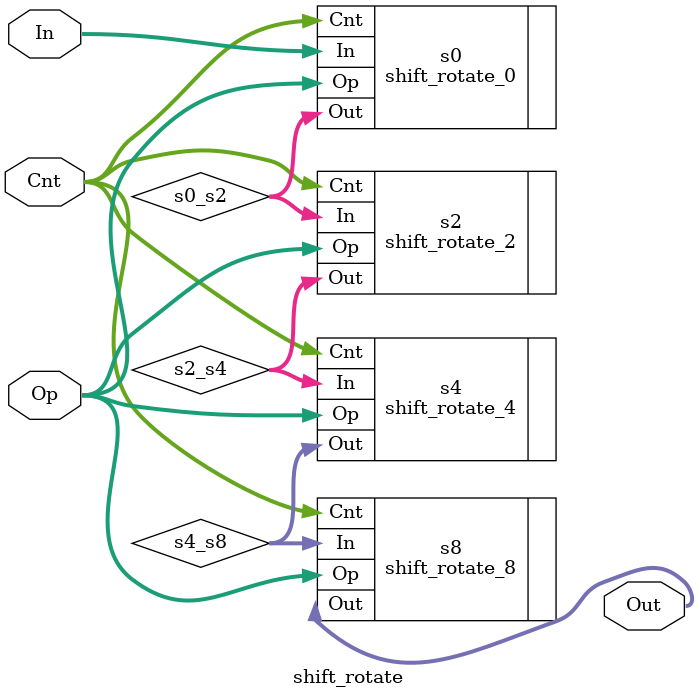
<source format=v>
module shift_rotate(In, Cnt, Op, Out);

	input [15:0] In;
	input [3:0]  Cnt;
	input [1:0]  Op;
	output [15:0] Out;
	
	wire [15:0] s0_s2, s2_s4, s4_s8;
	
	shift_rotate_0 s0(.Out(s0_s2), .In(In), .Op(Op), .Cnt(Cnt));
	shift_rotate_2 s2(.Out(s2_s4), .In(s0_s2), .Op(Op), .Cnt(Cnt));
	shift_rotate_4 s4(.Out(s4_s8), .In(s2_s4), .Op(Op), .Cnt(Cnt));
	shift_rotate_8 s8(.Out(Out), .In(s4_s8), .Op(Op), .Cnt(Cnt));
	
	
endmodule
</source>
